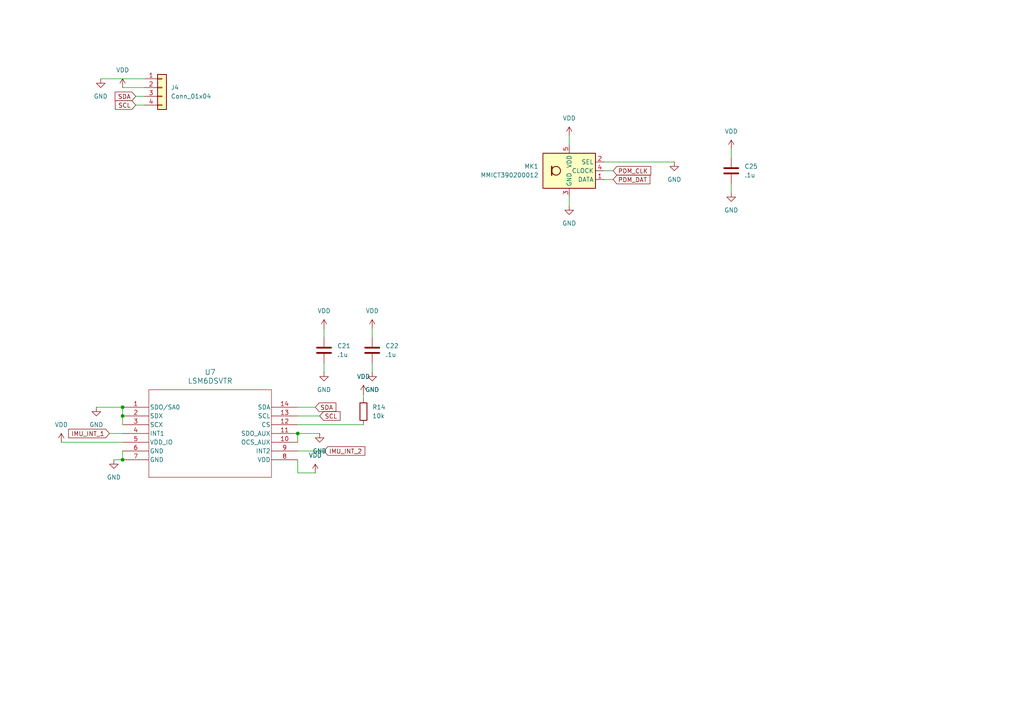
<source format=kicad_sch>
(kicad_sch (version 20231120) (generator "eeschema") (generator_version "8.0")
  (paper "A4")
  (lib_symbols
    (symbol "Connector_Generic:Conn_01x04" (pin_names (offset 1.016) hide)
      (property "Reference" "J" (at 0 5.08 0))
      (property "Value" "Conn_01x04" (at 0 -7.62 0))
      (symbol "Conn_01x04_1_1"
        (rectangle (start -1.27 -4.953) (end 0 -5.207) (stroke (width 0.1524)))
        (rectangle (start -1.27 -2.413) (end 0 -2.667) (stroke (width 0.1524)))
        (rectangle (start -1.27 0.127) (end 0 -0.127) (stroke (width 0.1524)))
        (rectangle (start -1.27 2.667) (end 0 2.413) (stroke (width 0.1524)))
        (rectangle (start -1.27 3.81) (end 1.27 -6.35) (stroke (width 0.254)) (fill (type background)))
        (pin passive line (at -5.08 2.54 0) (length 3.81) (name "Pin_1") (number "1"))
        (pin passive line (at -5.08 0 0) (length 3.81) (name "Pin_2") (number "2"))
        (pin passive line (at -5.08 -2.54 0) (length 3.81) (name "Pin_3") (number "3"))
        (pin passive line (at -5.08 -5.08 0) (length 3.81) (name "Pin_4") (number "4"))
      )
    )
    (symbol "Device:C" (pin_numbers hide) (pin_names (offset 0.254))
      (property "Reference" "C" (at 0.635 2.54 0))
      (property "Value" "C" (at 0.635 -2.54 0))
      (symbol "C_0_1"
        (polyline (pts (xy -2.032 -0.762) (xy 2.032 -0.762)) (stroke (width 0.508)))
        (polyline (pts (xy -2.032 0.762) (xy 2.032 0.762)) (stroke (width 0.508)))
      )
      (symbol "C_1_1"
        (pin passive line (at 0 3.81 270) (length 2.794) (name "~") (number "1"))
        (pin passive line (at 0 -3.81 90) (length 2.794) (name "~") (number "2"))
      )
    )
    (symbol "Device:R" (pin_numbers hide) (pin_names (offset 0))
      (property "Reference" "R" (at 2.032 0 90))
      (property "Value" "R" (at 0 0 90))
      (symbol "R_0_1"
        (rectangle (start -1.016 -2.54) (end 1.016 2.54) (stroke (width 0.254)))
      )
      (symbol "R_1_1"
        (pin passive line (at 0 3.81 270) (length 1.27) (name "~") (number "1"))
        (pin passive line (at 0 -3.81 90) (length 1.27) (name "~") (number "2"))
      )
    )
    (symbol "Sensor_Audio:SPH0641LU4H-1"
      (property "Reference" "MK" (at 5.08 6.35 0))
      (property "Value" "SPH0641LU4H-1" (at 8.89 -6.35 0))
      (symbol "SPH0641LU4H-1_1_1"
        (rectangle (start -7.62 5.08) (end 7.62 -5.08) (stroke (width 0.254)) (fill (type background)))
        (circle (center -3.81 0) (radius 1.27) (stroke (width 0.254)))
        (polyline (pts (xy -5.08 1.27) (xy -5.08 -1.27)) (stroke (width 0.381)))
        (pin output line (at 10.16 -2.54 180) (length 2.54) (name "DATA") (number "1"))
        (pin input line (at 10.16 2.54 180) (length 2.54) (name "SEL") (number "2"))
        (pin power_in line (at 0 -7.62 90) (length 2.54) (name "GND") (number "3"))
        (pin input line (at 10.16 0 180) (length 2.54) (name "CLOCK") (number "4"))
        (pin power_in line (at 0 7.62 270) (length 2.54) (name "VDD") (number "5"))
      )
    )
    (symbol "generic:LSM6DSVTR" (pin_names (offset 0.254))
      (property "Reference" "U" (at 25.4 10.16 0))
      (property "Value" "LSM6DSVTR" (at 25.4 7.62 0))
      (symbol "LSM6DSVTR_0_1"
        (polyline (pts (xy 7.62 -20.32) (xy 43.18 -20.32)) (stroke (width 0.127)))
        (polyline (pts (xy 7.62 5.08) (xy 7.62 -20.32)) (stroke (width 0.127)))
        (polyline (pts (xy 43.18 -20.32) (xy 43.18 5.08)) (stroke (width 0.127)))
        (polyline (pts (xy 43.18 5.08) (xy 7.62 5.08)) (stroke (width 0.127)))
        (pin unspecified line (at 0 0 0) (length 7.62) (name "SDO/SA0") (number "1"))
        (pin unspecified line (at 50.8 -10.16 180) (length 7.62) (name "OCS_AUX") (number "10"))
        (pin unspecified line (at 50.8 -7.62 180) (length 7.62) (name "SDO_AUX") (number "11"))
        (pin unspecified line (at 50.8 -5.08 180) (length 7.62) (name "CS") (number "12"))
        (pin unspecified line (at 50.8 -2.54 180) (length 7.62) (name "SCL") (number "13"))
        (pin unspecified line (at 50.8 0 180) (length 7.62) (name "SDA") (number "14"))
        (pin unspecified line (at 0 -2.54 0) (length 7.62) (name "SDX") (number "2"))
        (pin unspecified line (at 0 -5.08 0) (length 7.62) (name "SCX") (number "3"))
        (pin unspecified line (at 0 -7.62 0) (length 7.62) (name "INT1") (number "4"))
        (pin power_in line (at 0 -10.16 0) (length 7.62) (name "VDD_IO") (number "5"))
        (pin power_out line (at 0 -12.7 0) (length 7.62) (name "GND") (number "6"))
        (pin power_out line (at 0 -15.24 0) (length 7.62) (name "GND") (number "7"))
        (pin power_in line (at 50.8 -15.24 180) (length 7.62) (name "VDD") (number "8"))
        (pin unspecified line (at 50.8 -12.7 180) (length 7.62) (name "INT2") (number "9"))
      )
    )
    (symbol "power:GND" (power) (pin_numbers hide) (pin_names (offset 0) hide)
      (property "Value" "GND" (at 0 -3.81 0))
      (symbol "GND_0_1"
        (polyline (pts (xy 0 0) (xy 0 -1.27) (xy 1.27 -1.27) (xy 0 -2.54) (xy -1.27 -1.27) (xy 0 -1.27)))
      )
      (symbol "GND_1_1"
        (pin power_in line (at 0 0 270) (length 0) (name "~") (number "1"))
      )
    )
    (symbol "power:VDD" (power) (pin_numbers hide) (pin_names (offset 0) hide)
      (property "Value" "VDD" (at 0 3.556 0))
      (symbol "VDD_0_1"
        (polyline (pts (xy -0.762 1.27) (xy 0 2.54)))
        (polyline (pts (xy 0 0) (xy 0 2.54)))
        (polyline (pts (xy 0 2.54) (xy 0.762 1.27)))
      )
      (symbol "VDD_1_1"
        (pin power_in line (at 0 0 90) (length 0) (name "~") (number "1"))
      )
    )
  )
  (junction (at 35.56 133.35))
  (junction (at 86.36 125.73))
  (junction (at 35.56 120.65))
  (junction (at 35.56 118.11))
  (wire (pts (xy 27.94 118.11) (xy 35.56 118.11)))
  (wire (pts (xy 86.36 118.11) (xy 91.44 118.11)))
  (wire (pts (xy 177.8 52.07) (xy 175.26 52.07)))
  (wire (pts (xy 35.56 118.11) (xy 35.56 120.65)))
  (wire (pts (xy 165.1 39.37) (xy 165.1 41.91)))
  (wire (pts (xy 35.56 125.73) (xy 31.75 125.73)))
  (wire (pts (xy 175.26 46.99) (xy 195.58 46.99)))
  (wire (pts (xy 177.8 49.53) (xy 175.26 49.53)))
  (wire (pts (xy 86.36 130.81) (xy 93.98 130.81)))
  (wire (pts (xy 29.21 22.86) (xy 41.91 22.86)))
  (wire (pts (xy 212.09 43.18) (xy 212.09 45.72)))
  (wire (pts (xy 86.36 120.65) (xy 92.71 120.65)))
  (wire (pts (xy 107.95 105.41) (xy 107.95 107.95)))
  (wire (pts (xy 86.36 125.73) (xy 86.36 128.27)))
  (wire (pts (xy 86.36 123.19) (xy 105.41 123.19)))
  (wire (pts (xy 165.1 57.15) (xy 165.1 59.69)))
  (wire (pts (xy 35.56 25.4) (xy 41.91 25.4)))
  (wire (pts (xy 17.78 128.27) (xy 35.56 128.27)))
  (wire (pts (xy 91.44 137.16) (xy 86.36 137.16)))
  (wire (pts (xy 39.37 27.94) (xy 41.91 27.94)))
  (wire (pts (xy 93.98 95.25) (xy 93.98 97.79)))
  (wire (pts (xy 35.56 120.65) (xy 35.56 123.19)))
  (wire (pts (xy 93.98 105.41) (xy 93.98 107.95)))
  (wire (pts (xy 86.36 133.35) (xy 86.36 137.16)))
  (wire (pts (xy 33.02 133.35) (xy 35.56 133.35)))
  (wire (pts (xy 39.37 30.48) (xy 41.91 30.48)))
  (wire (pts (xy 105.41 114.3) (xy 105.41 115.57)))
  (wire (pts (xy 107.95 95.25) (xy 107.95 97.79)))
  (wire (pts (xy 212.09 53.34) (xy 212.09 55.88)))
  (wire (pts (xy 35.56 130.81) (xy 35.56 133.35)))
  (wire (pts (xy 86.36 125.73) (xy 92.71 125.73)))
  (global_label "SCL" (shape input) (at 39.37 30.48 180) (property "Intersheetrefs" "${INTERSHEET_REFS}" (effects (hide yes))))
  (global_label "SDA" (shape input) (at 39.37 27.94 180) (property "Intersheetrefs" "${INTERSHEET_REFS}" (effects (hide yes))))
  (global_label "PDM_CLK" (shape input) (at 177.8 49.53 0) (property "Intersheetrefs" "${INTERSHEET_REFS}" (effects (hide yes))))
  (global_label "IMU_INT_2" (shape input) (at 93.98 130.81 0) (property "Intersheetrefs" "${INTERSHEET_REFS}" (effects (hide yes))))
  (global_label "IMU_INT_1" (shape input) (at 31.75 125.73 180) (property "Intersheetrefs" "${INTERSHEET_REFS}" (effects (hide yes))))
  (global_label "PDM_DAT" (shape input) (at 177.8 52.07 0) (property "Intersheetrefs" "${INTERSHEET_REFS}" (effects (hide yes))))
  (global_label "SCL" (shape input) (at 92.71 120.65 0) (property "Intersheetrefs" "${INTERSHEET_REFS}" (effects (hide yes))))
  (global_label "SDA" (shape input) (at 91.44 118.11 0) (property "Intersheetrefs" "${INTERSHEET_REFS}" (effects (hide yes))))
  (symbol (lib_id "power:GND") (at 165.1 59.69 0) (unit 1)
    (property "Reference" "#PWR071" (effects (hide yes)))
    (property "Value" "GND" (at 165.1 64.77 0))
    (property "Description" "Power symbol creates a global label with name \"GND\" , ground" (effects (hide yes)))
  )
  (symbol (lib_id "power:GND") (at 195.58 46.99 0) (unit 1)
    (property "Reference" "#PWR072" (effects (hide yes)))
    (property "Value" "GND" (at 195.58 52.07 0))
    (property "Description" "Power symbol creates a global label with name \"GND\" , ground" (effects (hide yes)))
  )
  (symbol (lib_id "power:VDD") (at 212.09 43.18 0) (unit 1)
    (property "Reference" "#PWR073" (effects (hide yes)))
    (property "Value" "VDD" (at 212.09 38.1 0))
    (property "Description" "Power symbol creates a global label with name \"VDD\"" (effects (hide yes)))
  )
  (symbol (lib_id "power:VDD") (at 17.78 128.27 0) (unit 1)
    (property "Reference" "#PWR065" (effects (hide yes)))
    (property "Value" "VDD" (at 17.78 123.19 0))
    (property "Description" "Power symbol creates a global label with name \"VDD\"" (effects (hide yes)))
  )
  (symbol (lib_id "Sensor_Audio:SPH0641LU4H-1") (at 165.1 49.53 0) (unit 1)
    (property "Reference" "MK1" (at 156.21 48.2599 0) (effects (justify right)))
    (property "Value" "MMICT390200012" (at 156.21 50.7999 0) (effects (justify right)))
    (property "Footprint" "Sensor_Audio:Knowles_LGA-5_3.5x2.65mm" (effects (hide yes)))
    (property "Datasheet" "https://www.knowles.com/docs/default-source/model-downloads/sph0641lu4h-1-revb.pdf" (effects (hide yes)))
    (property "Description" "Digital MEMS Microphone, LGA-5" (effects (hide yes)))
    (property "Part Number" "MMICT390200012" (effects (hide yes)))
    (property "LCSC PN" "C3171752" (effects (hide yes)))
    (property "MPN" "C3171752" (effects (hide yes)))
  )
  (symbol (lib_id "power:GND") (at 92.71 125.73 0) (unit 1)
    (property "Reference" "#PWR085" (effects (hide yes)))
    (property "Value" "GND" (at 92.71 130.81 0))
    (property "Description" "Power symbol creates a global label with name \"GND\" , ground" (effects (hide yes)))
  )
  (symbol (lib_id "Connector_Generic:Conn_01x04") (at 46.99 25.4 0) (unit 1)
    (property "Reference" "J4" (at 49.53 25.3999 0) (effects (justify left)))
    (property "Value" "Conn_01x04" (at 49.53 27.9399 0) (effects (justify left)))
    (property "Footprint" "Connector_JST:JST_SH_BM04B-SRSS-TB_1x04-1MP_P1.00mm_Vertical" (effects (hide yes)))
    (property "Description" "Generic connector, single row, 01x04, script generated (kicad-library-utils/schlib/autogen/connector/)" (effects (hide yes)))
    (property "Part Number" "JST BM04B-SRSS-TB(LF)(SN)" (effects (hide yes)))
    (property "LCSC PN" "C495539" (effects (hide yes)))
    (property "MPN" "C495539" (effects (hide yes)))
  )
  (symbol (lib_id "power:VDD") (at 91.44 137.16 0) (unit 1)
    (property "Reference" "#PWR086" (effects (hide yes)))
    (property "Value" "VDD" (at 91.44 132.08 0))
    (property "Description" "Power symbol creates a global label with name \"VDD\"" (effects (hide yes)))
  )
  (symbol (lib_id "Device:C") (at 107.95 101.6 0) (unit 1)
    (property "Reference" "C22" (at 111.76 100.3299 0) (effects (justify left)))
    (property "Value" ".1u" (at 111.76 102.8699 0) (effects (justify left)))
    (property "Footprint" "Capacitor_SMD:C_0402_1005Metric" (effects (hide yes)))
    (property "Description" "Unpolarized capacitor" (effects (hide yes)))
    (property "LCSC PN" "C77020" (effects (hide yes)))
    (property "MPN" "C77020" (effects (hide yes)))
  )
  (symbol (lib_id "power:GND") (at 107.95 107.95 0) (unit 1)
    (property "Reference" "#PWR064" (effects (hide yes)))
    (property "Value" "GND" (at 107.95 113.03 0))
    (property "Description" "Power symbol creates a global label with name \"GND\" , ground" (effects (hide yes)))
  )
  (symbol (lib_id "power:VDD") (at 35.56 25.4 0) (unit 1)
    (property "Reference" "#PWR048" (effects (hide yes)))
    (property "Value" "VDD" (at 35.56 20.32 0))
    (property "Description" "Power symbol creates a global label with name \"VDD\"" (effects (hide yes)))
  )
  (symbol (lib_id "Device:C") (at 212.09 49.53 0) (unit 1)
    (property "Reference" "C25" (at 215.9 48.2599 0) (effects (justify left)))
    (property "Value" ".1u" (at 215.9 50.7999 0) (effects (justify left)))
    (property "Footprint" "Capacitor_SMD:C_0402_1005Metric" (effects (hide yes)))
    (property "Description" "Unpolarized capacitor" (effects (hide yes)))
    (property "LCSC PN" "C77020" (effects (hide yes)))
    (property "MPN" "C77020" (effects (hide yes)))
  )
  (symbol (lib_id "Device:C") (at 93.98 101.6 0) (unit 1)
    (property "Reference" "C21" (at 97.79 100.3299 0) (effects (justify left)))
    (property "Value" ".1u" (at 97.79 102.8699 0) (effects (justify left)))
    (property "Footprint" "Capacitor_SMD:C_0402_1005Metric" (effects (hide yes)))
    (property "Description" "Unpolarized capacitor" (effects (hide yes)))
    (property "LCSC PN" "C77020" (effects (hide yes)))
    (property "MPN" "C77020" (effects (hide yes)))
  )
  (symbol (lib_id "power:VDD") (at 165.1 39.37 0) (unit 1)
    (property "Reference" "#PWR070" (effects (hide yes)))
    (property "Value" "VDD" (at 165.1 34.29 0))
    (property "Description" "Power symbol creates a global label with name \"VDD\"" (effects (hide yes)))
  )
  (symbol (lib_id "generic:LSM6DSVTR") (at 35.56 118.11 0) (unit 1)
    (property "Reference" "U7" (at 60.96 107.95 0) (effects (font (size 1.524 1.524))))
    (property "Value" "LSM6DSVTR" (at 60.96 110.49 0) (effects (font (size 1.524 1.524))))
    (property "Footprint" "LGA14-L_2P59X3P1X0P5_STM" (effects (hide yes)))
    (property "Datasheet" "LSM6DSVTR" (effects (hide yes)))
    (property "LCSC PN" "C17496470" (effects (hide yes)))
    (property "MPN" "C17496470" (effects (hide yes)))
  )
  (symbol (lib_id "power:VDD") (at 93.98 95.25 0) (unit 1)
    (property "Reference" "#PWR078" (effects (hide yes)))
    (property "Value" "VDD" (at 93.98 90.17 0))
    (property "Description" "Power symbol creates a global label with name \"VDD\"" (effects (hide yes)))
  )
  (symbol (lib_id "Device:R") (at 105.41 119.38 0) (unit 1)
    (property "Reference" "R14" (at 107.95 118.1099 0) (effects (justify left)))
    (property "Value" "10k" (at 107.95 120.6499 0) (effects (justify left)))
    (property "Footprint" "Resistor_SMD:R_0603_1608Metric" (effects (hide yes)))
    (property "Description" "Resistor" (effects (hide yes)))
    (property "LCSC PN" "C98220" (effects (hide yes)))
    (property "MPN" "C98220" (effects (hide yes)))
  )
  (symbol (lib_id "power:GND") (at 33.02 133.35 0) (unit 1)
    (property "Reference" "#PWR029" (effects (hide yes)))
    (property "Value" "GND" (at 33.02 138.43 0))
    (property "Description" "Power symbol creates a global label with name \"GND\" , ground" (effects (hide yes)))
  )
  (symbol (lib_id "power:GND") (at 93.98 107.95 0) (unit 1)
    (property "Reference" "#PWR076" (effects (hide yes)))
    (property "Value" "GND" (at 93.98 113.03 0))
    (property "Description" "Power symbol creates a global label with name \"GND\" , ground" (effects (hide yes)))
  )
  (symbol (lib_id "power:VDD") (at 107.95 95.25 0) (unit 1)
    (property "Reference" "#PWR059" (effects (hide yes)))
    (property "Value" "VDD" (at 107.95 90.17 0))
    (property "Description" "Power symbol creates a global label with name \"VDD\"" (effects (hide yes)))
  )
  (symbol (lib_id "power:GND") (at 29.21 22.86 0) (unit 1)
    (property "Reference" "#PWR049" (effects (hide yes)))
    (property "Value" "GND" (at 29.21 27.94 0))
    (property "Description" "Power symbol creates a global label with name \"GND\" , ground" (effects (hide yes)))
  )
  (symbol (lib_id "power:VDD") (at 105.41 114.3 0) (unit 1)
    (property "Reference" "#PWR044" (effects (hide yes)))
    (property "Value" "VDD" (at 105.41 109.22 0))
    (property "Description" "Power symbol creates a global label with name \"VDD\"" (effects (hide yes)))
  )
  (symbol (lib_id "power:GND") (at 212.09 55.88 0) (unit 1)
    (property "Reference" "#PWR074" (effects (hide yes)))
    (property "Value" "GND" (at 212.09 60.96 0))
    (property "Description" "Power symbol creates a global label with name \"GND\" , ground" (effects (hide yes)))
  )
  (symbol (lib_id "power:GND") (at 27.94 118.11 0) (unit 1)
    (property "Reference" "#PWR058" (effects (hide yes)))
    (property "Value" "GND" (at 27.94 123.19 0))
    (property "Description" "Power symbol creates a global label with name \"GND\" , ground" (effects (hide yes)))
  )
)
</source>
